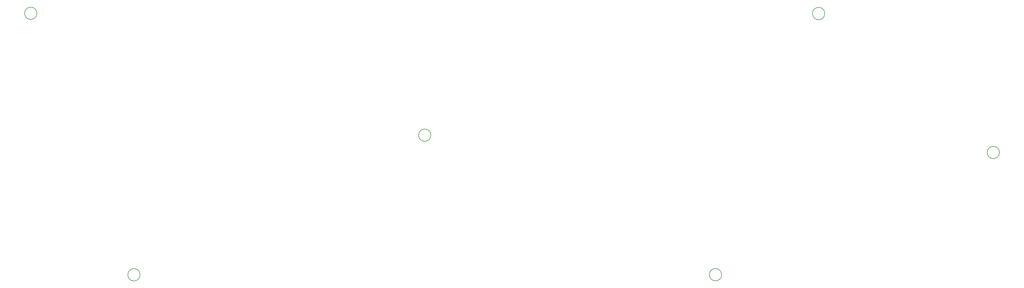
<source format=gbr>
%TF.GenerationSoftware,KiCad,Pcbnew,7.0.10*%
%TF.CreationDate,2024-02-26T23:27:28+01:00*%
%TF.ProjectId,plate,706c6174-652e-46b6-9963-61645f706362,rev?*%
%TF.SameCoordinates,Original*%
%TF.FileFunction,Other,Comment*%
%FSLAX46Y46*%
G04 Gerber Fmt 4.6, Leading zero omitted, Abs format (unit mm)*
G04 Created by KiCad (PCBNEW 7.0.10) date 2024-02-26 23:27:28*
%MOMM*%
%LPD*%
G01*
G04 APERTURE LIST*
%ADD10C,0.150000*%
G04 APERTURE END LIST*
D10*
%TO.C,MountTopMiddle6*%
X330290000Y-64540000D02*
G75*
G03*
X326490000Y-64540000I-1900000J0D01*
G01*
X326490000Y-64540000D02*
G75*
G03*
X330290000Y-64540000I1900000J0D01*
G01*
%TO.C,MountTopMiddle4*%
X244100000Y-102480000D02*
G75*
G03*
X240300000Y-102480000I-1900000J0D01*
G01*
X240300000Y-102480000D02*
G75*
G03*
X244100000Y-102480000I1900000J0D01*
G01*
%TO.C,MountTopMiddle1*%
X31680000Y-21330000D02*
G75*
G03*
X27880000Y-21330000I-1900000J0D01*
G01*
X27880000Y-21330000D02*
G75*
G03*
X31680000Y-21330000I1900000J0D01*
G01*
%TO.C,MountTopMiddle3*%
X153898715Y-59170197D02*
G75*
G03*
X150098715Y-59170197I-1900000J0D01*
G01*
X150098715Y-59170197D02*
G75*
G03*
X153898715Y-59170197I1900000J0D01*
G01*
%TO.C,MountTopMiddle5*%
X276100000Y-21410000D02*
G75*
G03*
X272300000Y-21410000I-1900000J0D01*
G01*
X272300000Y-21410000D02*
G75*
G03*
X276100000Y-21410000I1900000J0D01*
G01*
%TO.C,MountTopMiddle2*%
X63690000Y-102510000D02*
G75*
G03*
X59890000Y-102510000I-1900000J0D01*
G01*
X59890000Y-102510000D02*
G75*
G03*
X63690000Y-102510000I1900000J0D01*
G01*
%TD*%
M02*

</source>
